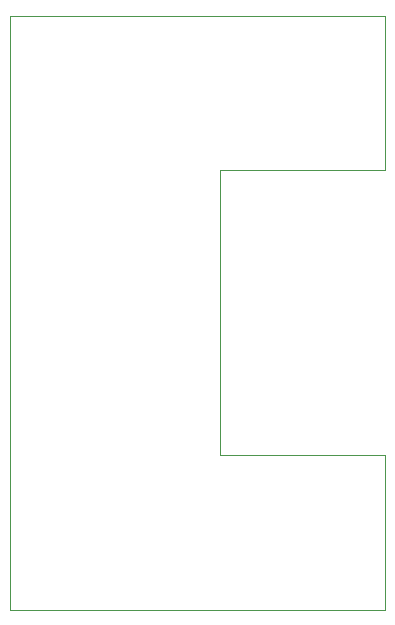
<source format=gbr>
%TF.GenerationSoftware,KiCad,Pcbnew,5.1.9+dfsg1-1~bpo10+1*%
%TF.CreationDate,2022-02-19T16:25:08+08:00*%
%TF.ProjectId,euro2breadboard,6575726f-3262-4726-9561-64626f617264,rev?*%
%TF.SameCoordinates,Original*%
%TF.FileFunction,Profile,NP*%
%FSLAX46Y46*%
G04 Gerber Fmt 4.6, Leading zero omitted, Abs format (unit mm)*
G04 Created by KiCad (PCBNEW 5.1.9+dfsg1-1~bpo10+1) date 2022-02-19 16:25:08*
%MOMM*%
%LPD*%
G01*
G04 APERTURE LIST*
%TA.AperFunction,Profile*%
%ADD10C,0.100000*%
%TD*%
G04 APERTURE END LIST*
D10*
X100330000Y-39624000D02*
X100330000Y-52705000D01*
X68580000Y-39624000D02*
X100330000Y-39624000D01*
X68580000Y-89916000D02*
X68580000Y-39624000D01*
X100330000Y-89916000D02*
X68580000Y-89916000D01*
X100330000Y-76835000D02*
X100330000Y-89916000D01*
X86360000Y-76835000D02*
X100330000Y-76835000D01*
X86360000Y-52705000D02*
X86360000Y-76835000D01*
X100330000Y-52705000D02*
X86360000Y-52705000D01*
M02*

</source>
